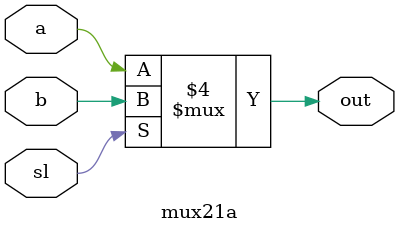
<source format=v>
module mux21a (
    a, b, out, sl
);
    input  a, b, sl;
    output reg out;

    always @( * )
        if( sl == 0 ) 
            out <= a;
        else 
            out <= b;
endmodule
</source>
